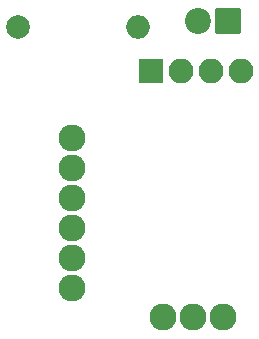
<source format=gts>
G04 #@! TF.GenerationSoftware,KiCad,Pcbnew,6.0.9*
G04 #@! TF.CreationDate,2022-11-23T21:17:52-08:00*
G04 #@! TF.ProjectId,shitpad,73686974-7061-4642-9e6b-696361645f70,rev?*
G04 #@! TF.SameCoordinates,Original*
G04 #@! TF.FileFunction,Soldermask,Top*
G04 #@! TF.FilePolarity,Negative*
%FSLAX46Y46*%
G04 Gerber Fmt 4.6, Leading zero omitted, Abs format (unit mm)*
G04 Created by KiCad (PCBNEW 6.0.9) date 2022-11-23 21:17:52*
%MOMM*%
%LPD*%
G01*
G04 APERTURE LIST*
G04 Aperture macros list*
%AMRoundRect*
0 Rectangle with rounded corners*
0 $1 Rounding radius*
0 $2 $3 $4 $5 $6 $7 $8 $9 X,Y pos of 4 corners*
0 Add a 4 corners polygon primitive as box body*
4,1,4,$2,$3,$4,$5,$6,$7,$8,$9,$2,$3,0*
0 Add four circle primitives for the rounded corners*
1,1,$1+$1,$2,$3*
1,1,$1+$1,$4,$5*
1,1,$1+$1,$6,$7*
1,1,$1+$1,$8,$9*
0 Add four rect primitives between the rounded corners*
20,1,$1+$1,$2,$3,$4,$5,0*
20,1,$1+$1,$4,$5,$6,$7,0*
20,1,$1+$1,$6,$7,$8,$9,0*
20,1,$1+$1,$8,$9,$2,$3,0*%
G04 Aperture macros list end*
%ADD10RoundRect,0.200000X0.850000X-0.850000X0.850000X0.850000X-0.850000X0.850000X-0.850000X-0.850000X0*%
%ADD11O,2.100000X2.100000*%
%ADD12RoundRect,0.200000X0.900000X0.900000X-0.900000X0.900000X-0.900000X-0.900000X0.900000X-0.900000X0*%
%ADD13C,2.200000*%
%ADD14C,2.279600*%
%ADD15C,2.000000*%
%ADD16O,2.000000X2.000000*%
G04 APERTURE END LIST*
D10*
X86690000Y-36000000D03*
D11*
X89230000Y-36000000D03*
X91770000Y-36000000D03*
X94310000Y-36000000D03*
D12*
X93218000Y-31750000D03*
D13*
X90678000Y-31750000D03*
D14*
X80000000Y-54350000D03*
X80000000Y-51810000D03*
X80000000Y-49270000D03*
X80000000Y-46730000D03*
X80000000Y-44190000D03*
X80000000Y-41650000D03*
X87750000Y-56850000D03*
X90290000Y-56850000D03*
X92830000Y-56850000D03*
D15*
X75438000Y-32250000D03*
D16*
X85598000Y-32250000D03*
M02*

</source>
